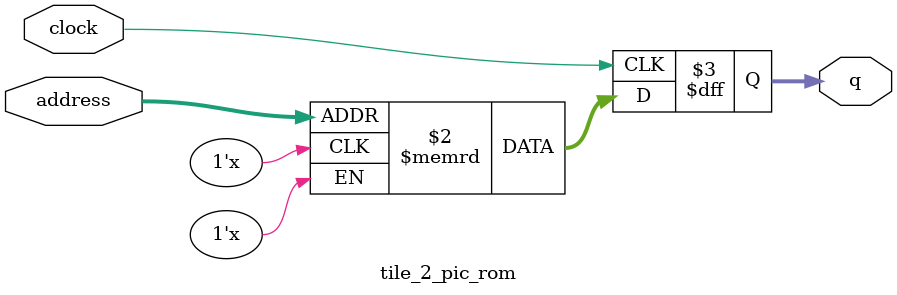
<source format=sv>
module tile_2_pic_rom (
	input logic clock,
	input logic [11:0] address,
	output logic [4:0] q
);

logic [4:0] memory [0:3071] /* synthesis ram_init_file = "./2 tile drawing/2 tile drawing.mif" */;

always_ff @ (posedge clock) begin
	q <= memory[address];
end

endmodule

</source>
